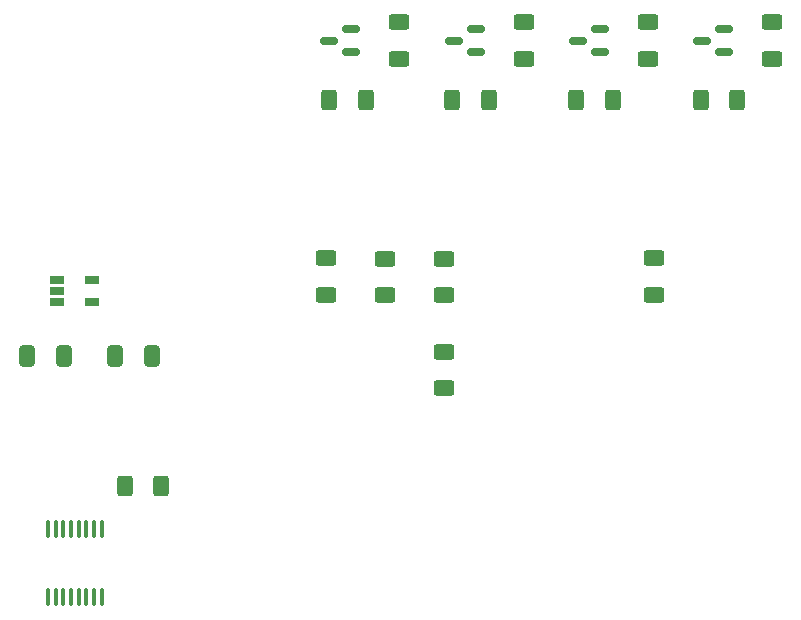
<source format=gbr>
%TF.GenerationSoftware,KiCad,Pcbnew,8.0.4*%
%TF.CreationDate,2024-09-29T14:35:45-05:00*%
%TF.ProjectId,KiCad-Pi-Pico,4b694361-642d-4506-992d-5069636f2e6b,1.0*%
%TF.SameCoordinates,Original*%
%TF.FileFunction,Paste,Top*%
%TF.FilePolarity,Positive*%
%FSLAX46Y46*%
G04 Gerber Fmt 4.6, Leading zero omitted, Abs format (unit mm)*
G04 Created by KiCad (PCBNEW 8.0.4) date 2024-09-29 14:35:45*
%MOMM*%
%LPD*%
G01*
G04 APERTURE LIST*
G04 Aperture macros list*
%AMRoundRect*
0 Rectangle with rounded corners*
0 $1 Rounding radius*
0 $2 $3 $4 $5 $6 $7 $8 $9 X,Y pos of 4 corners*
0 Add a 4 corners polygon primitive as box body*
4,1,4,$2,$3,$4,$5,$6,$7,$8,$9,$2,$3,0*
0 Add four circle primitives for the rounded corners*
1,1,$1+$1,$2,$3*
1,1,$1+$1,$4,$5*
1,1,$1+$1,$6,$7*
1,1,$1+$1,$8,$9*
0 Add four rect primitives between the rounded corners*
20,1,$1+$1,$2,$3,$4,$5,0*
20,1,$1+$1,$4,$5,$6,$7,0*
20,1,$1+$1,$6,$7,$8,$9,0*
20,1,$1+$1,$8,$9,$2,$3,0*%
G04 Aperture macros list end*
%ADD10RoundRect,0.143500X0.061500X-0.591500X0.061500X0.591500X-0.061500X0.591500X-0.061500X-0.591500X0*%
%ADD11RoundRect,0.143500X-0.061500X0.591500X-0.061500X-0.591500X0.061500X-0.591500X0.061500X0.591500X0*%
%ADD12RoundRect,0.250000X0.400000X0.625000X-0.400000X0.625000X-0.400000X-0.625000X0.400000X-0.625000X0*%
%ADD13RoundRect,0.250000X-0.625000X0.400000X-0.625000X-0.400000X0.625000X-0.400000X0.625000X0.400000X0*%
%ADD14RoundRect,0.250000X0.625000X-0.400000X0.625000X0.400000X-0.625000X0.400000X-0.625000X-0.400000X0*%
%ADD15R,1.200000X0.650001*%
%ADD16RoundRect,0.250000X-0.412500X-0.650000X0.412500X-0.650000X0.412500X0.650000X-0.412500X0.650000X0*%
%ADD17RoundRect,0.250000X0.412500X0.650000X-0.412500X0.650000X-0.412500X-0.650000X0.412500X-0.650000X0*%
%ADD18RoundRect,0.150000X0.587500X0.150000X-0.587500X0.150000X-0.587500X-0.150000X0.587500X-0.150000X0*%
G04 APERTURE END LIST*
D10*
%TO.C,U2*%
X112725000Y-122870000D03*
X113375000Y-122870000D03*
X114025000Y-122870000D03*
X114675000Y-122870000D03*
X115325000Y-122870000D03*
X115975000Y-122870000D03*
X116625000Y-122870000D03*
X117275000Y-122870000D03*
D11*
X117275000Y-117130000D03*
X116625000Y-117130000D03*
X115975000Y-117130000D03*
X115325000Y-117130000D03*
X114675000Y-117130000D03*
X114025000Y-117130000D03*
X113375000Y-117130000D03*
X112725000Y-117130000D03*
%TD*%
D12*
%TO.C,R4*%
X171075000Y-80800000D03*
X167975000Y-80800000D03*
%TD*%
%TO.C,R5*%
X160525000Y-80800000D03*
X157425000Y-80800000D03*
%TD*%
D13*
%TO.C,R7*%
X146250000Y-102150000D03*
X146250000Y-105250000D03*
%TD*%
D12*
%TO.C,R10*%
X122300000Y-113500000D03*
X119200000Y-113500000D03*
%TD*%
D14*
%TO.C,R1*%
X174025000Y-77350000D03*
X174025000Y-74250000D03*
%TD*%
D15*
%TO.C,U3*%
X113524999Y-96049999D03*
X113524999Y-97000000D03*
X113524999Y-97949998D03*
X116474998Y-97949998D03*
X116474998Y-96049999D03*
%TD*%
D12*
%TO.C,R8*%
X139625000Y-80800000D03*
X136525000Y-80800000D03*
%TD*%
D14*
%TO.C,R14*%
X164000000Y-97300000D03*
X164000000Y-94200000D03*
%TD*%
%TO.C,R9*%
X142475000Y-77350000D03*
X142475000Y-74250000D03*
%TD*%
D16*
%TO.C,C_in*%
X118437500Y-102500000D03*
X121562500Y-102500000D03*
%TD*%
D14*
%TO.C,R11*%
X136250000Y-97300000D03*
X136250000Y-94200000D03*
%TD*%
%TO.C,R2*%
X163525000Y-77350000D03*
X163525000Y-74250000D03*
%TD*%
D17*
%TO.C,C_out*%
X114062500Y-102500000D03*
X110937500Y-102500000D03*
%TD*%
D14*
%TO.C,R13*%
X146250000Y-97350000D03*
X146250000Y-94250000D03*
%TD*%
D18*
%TO.C,Q4*%
X138412500Y-76750000D03*
X138412500Y-74850000D03*
X136537500Y-75800000D03*
%TD*%
%TO.C,Q3*%
X148962500Y-76750000D03*
X148962500Y-74850000D03*
X147087500Y-75800000D03*
%TD*%
D14*
%TO.C,R3*%
X153025000Y-77350000D03*
X153025000Y-74250000D03*
%TD*%
D18*
%TO.C,Q1*%
X169962500Y-76750000D03*
X169962500Y-74850000D03*
X168087500Y-75800000D03*
%TD*%
D12*
%TO.C,R6*%
X150025000Y-80800000D03*
X146925000Y-80800000D03*
%TD*%
D18*
%TO.C,Q2*%
X159462500Y-76750000D03*
X159462500Y-74850000D03*
X157587500Y-75800000D03*
%TD*%
D14*
%TO.C,R12*%
X141250000Y-97350000D03*
X141250000Y-94250000D03*
%TD*%
M02*

</source>
